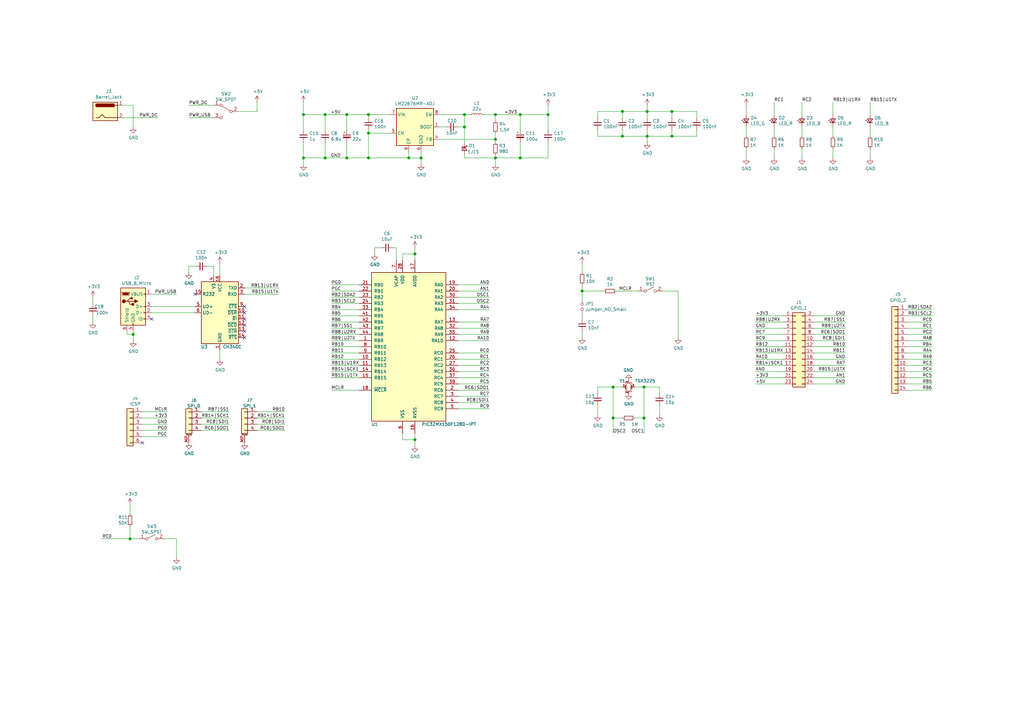
<source format=kicad_sch>
(kicad_sch (version 20210406) (generator eeschema)
  (paper "A3")
  (junction (at 53.34 220.98) (diameter 1.016))
  (junction (at 54.61 137.16) (diameter 1.016))
  (junction (at 124.46 46.99) (diameter 1.016))
  (junction (at 124.46 64.77) (diameter 1.016))
  (junction (at 133.35 46.99) (diameter 1.016))
  (junction (at 133.35 64.77) (diameter 1.016))
  (junction (at 142.24 46.99) (diameter 1.016))
  (junction (at 142.24 64.77) (diameter 1.016))
  (junction (at 151.13 46.99) (diameter 1.016))
  (junction (at 151.13 54.61) (diameter 1.016))
  (junction (at 151.13 64.77) (diameter 1.016))
  (junction (at 167.64 64.77) (diameter 1.016))
  (junction (at 170.18 104.14) (diameter 1.016))
  (junction (at 170.18 180.34) (diameter 1.016))
  (junction (at 172.72 64.77) (diameter 1.016))
  (junction (at 190.5 46.99) (diameter 1.016))
  (junction (at 190.5 52.07) (diameter 1.016))
  (junction (at 203.2 46.99) (diameter 1.016))
  (junction (at 203.2 57.15) (diameter 1.016))
  (junction (at 203.2 64.77) (diameter 1.016))
  (junction (at 213.36 46.99) (diameter 1.016))
  (junction (at 213.36 64.77) (diameter 1.016))
  (junction (at 224.79 46.99) (diameter 1.016))
  (junction (at 238.76 119.38) (diameter 1.016))
  (junction (at 251.46 158.75) (diameter 1.016))
  (junction (at 251.46 171.45) (diameter 1.016))
  (junction (at 255.27 45.72) (diameter 1.016))
  (junction (at 255.27 55.88) (diameter 1.016))
  (junction (at 264.16 158.75) (diameter 1.016))
  (junction (at 264.16 171.45) (diameter 1.016))
  (junction (at 265.43 45.72) (diameter 1.016))
  (junction (at 265.43 55.88) (diameter 1.016))
  (junction (at 275.59 45.72) (diameter 1.016))
  (junction (at 275.59 55.88) (diameter 1.016))
  (no_connect (at 58.42 181.61))
  (no_connect (at 62.23 130.81))
  (no_connect (at 80.01 120.65))
  (no_connect (at 100.33 125.73))
  (no_connect (at 100.33 128.27))
  (no_connect (at 100.33 130.81))
  (no_connect (at 100.33 133.35))
  (no_connect (at 100.33 135.89))
  (no_connect (at 100.33 138.43))
  (wire (pts (xy 38.1 121.92) (xy 38.1 124.46)))
  (wire (pts (xy 38.1 129.54) (xy 38.1 132.08)))
  (wire (pts (xy 41.91 220.98) (xy 53.34 220.98)))
  (wire (pts (xy 50.8 43.18) (xy 54.61 43.18)))
  (wire (pts (xy 50.8 48.26) (xy 64.77 48.26)))
  (wire (pts (xy 52.07 135.89) (xy 52.07 137.16)))
  (wire (pts (xy 52.07 137.16) (xy 54.61 137.16)))
  (wire (pts (xy 53.34 207.01) (xy 53.34 210.82)))
  (wire (pts (xy 53.34 215.9) (xy 53.34 220.98)))
  (wire (pts (xy 53.34 220.98) (xy 57.15 220.98)))
  (wire (pts (xy 54.61 43.18) (xy 54.61 52.07)))
  (wire (pts (xy 54.61 135.89) (xy 54.61 137.16)))
  (wire (pts (xy 54.61 137.16) (xy 54.61 139.7)))
  (wire (pts (xy 58.42 168.91) (xy 68.58 168.91)))
  (wire (pts (xy 58.42 171.45) (xy 68.58 171.45)))
  (wire (pts (xy 58.42 176.53) (xy 68.58 176.53)))
  (wire (pts (xy 62.23 120.65) (xy 72.39 120.65)))
  (wire (pts (xy 62.23 125.73) (xy 80.01 125.73)))
  (wire (pts (xy 62.23 128.27) (xy 80.01 128.27)))
  (wire (pts (xy 67.31 220.98) (xy 72.39 220.98)))
  (wire (pts (xy 68.58 173.99) (xy 58.42 173.99)))
  (wire (pts (xy 68.58 179.07) (xy 58.42 179.07)))
  (wire (pts (xy 72.39 220.98) (xy 72.39 228.6)))
  (wire (pts (xy 77.47 109.22) (xy 80.01 109.22)))
  (wire (pts (xy 77.47 111.76) (xy 77.47 109.22)))
  (wire (pts (xy 82.55 168.91) (xy 93.98 168.91)))
  (wire (pts (xy 82.55 171.45) (xy 93.98 171.45)))
  (wire (pts (xy 82.55 173.99) (xy 93.98 173.99)))
  (wire (pts (xy 82.55 176.53) (xy 93.98 176.53)))
  (wire (pts (xy 85.09 109.22) (xy 87.63 109.22)))
  (wire (pts (xy 87.63 43.18) (xy 77.47 43.18)))
  (wire (pts (xy 87.63 48.26) (xy 77.47 48.26)))
  (wire (pts (xy 87.63 109.22) (xy 87.63 113.03)))
  (wire (pts (xy 90.17 107.95) (xy 90.17 113.03)))
  (wire (pts (xy 90.17 143.51) (xy 90.17 147.32)))
  (wire (pts (xy 97.79 45.72) (xy 105.41 45.72)))
  (wire (pts (xy 100.33 118.11) (xy 114.3 118.11)))
  (wire (pts (xy 100.33 120.65) (xy 114.3 120.65)))
  (wire (pts (xy 105.41 45.72) (xy 105.41 41.91)))
  (wire (pts (xy 105.41 168.91) (xy 116.84 168.91)))
  (wire (pts (xy 105.41 171.45) (xy 116.84 171.45)))
  (wire (pts (xy 105.41 173.99) (xy 116.84 173.99)))
  (wire (pts (xy 105.41 176.53) (xy 116.84 176.53)))
  (wire (pts (xy 124.46 41.91) (xy 124.46 46.99)))
  (wire (pts (xy 124.46 46.99) (xy 124.46 53.34)))
  (wire (pts (xy 124.46 46.99) (xy 133.35 46.99)))
  (wire (pts (xy 124.46 58.42) (xy 124.46 64.77)))
  (wire (pts (xy 124.46 64.77) (xy 124.46 67.31)))
  (wire (pts (xy 124.46 64.77) (xy 133.35 64.77)))
  (wire (pts (xy 133.35 46.99) (xy 142.24 46.99)))
  (wire (pts (xy 133.35 53.34) (xy 133.35 46.99)))
  (wire (pts (xy 133.35 58.42) (xy 133.35 64.77)))
  (wire (pts (xy 135.89 119.38) (xy 147.32 119.38)))
  (wire (pts (xy 135.89 132.08) (xy 147.32 132.08)))
  (wire (pts (xy 142.24 46.99) (xy 151.13 46.99)))
  (wire (pts (xy 142.24 53.34) (xy 142.24 46.99)))
  (wire (pts (xy 142.24 58.42) (xy 142.24 64.77)))
  (wire (pts (xy 142.24 64.77) (xy 133.35 64.77)))
  (wire (pts (xy 142.24 64.77) (xy 151.13 64.77)))
  (wire (pts (xy 147.32 116.84) (xy 135.89 116.84)))
  (wire (pts (xy 147.32 121.92) (xy 135.89 121.92)))
  (wire (pts (xy 147.32 124.46) (xy 135.89 124.46)))
  (wire (pts (xy 147.32 127) (xy 135.89 127)))
  (wire (pts (xy 147.32 129.54) (xy 135.89 129.54)))
  (wire (pts (xy 147.32 134.62) (xy 135.89 134.62)))
  (wire (pts (xy 147.32 137.16) (xy 135.89 137.16)))
  (wire (pts (xy 147.32 139.7) (xy 135.89 139.7)))
  (wire (pts (xy 147.32 142.24) (xy 135.89 142.24)))
  (wire (pts (xy 147.32 144.78) (xy 135.89 144.78)))
  (wire (pts (xy 147.32 147.32) (xy 135.89 147.32)))
  (wire (pts (xy 147.32 149.86) (xy 135.89 149.86)))
  (wire (pts (xy 147.32 152.4) (xy 135.89 152.4)))
  (wire (pts (xy 147.32 154.94) (xy 135.89 154.94)))
  (wire (pts (xy 147.32 160.02) (xy 135.89 160.02)))
  (wire (pts (xy 151.13 46.99) (xy 160.02 46.99)))
  (wire (pts (xy 151.13 48.26) (xy 151.13 46.99)))
  (wire (pts (xy 151.13 53.34) (xy 151.13 54.61)))
  (wire (pts (xy 151.13 54.61) (xy 151.13 64.77)))
  (wire (pts (xy 151.13 54.61) (xy 160.02 54.61)))
  (wire (pts (xy 151.13 64.77) (xy 167.64 64.77)))
  (wire (pts (xy 153.67 101.6) (xy 156.21 101.6)))
  (wire (pts (xy 153.67 104.14) (xy 153.67 101.6)))
  (wire (pts (xy 161.29 101.6) (xy 162.56 101.6)))
  (wire (pts (xy 162.56 101.6) (xy 162.56 106.68)))
  (wire (pts (xy 165.1 104.14) (xy 165.1 106.68)))
  (wire (pts (xy 165.1 177.8) (xy 165.1 180.34)))
  (wire (pts (xy 165.1 180.34) (xy 170.18 180.34)))
  (wire (pts (xy 167.64 64.77) (xy 167.64 62.23)))
  (wire (pts (xy 170.18 101.6) (xy 170.18 104.14)))
  (wire (pts (xy 170.18 104.14) (xy 165.1 104.14)))
  (wire (pts (xy 170.18 104.14) (xy 170.18 106.68)))
  (wire (pts (xy 170.18 180.34) (xy 170.18 177.8)))
  (wire (pts (xy 170.18 182.88) (xy 170.18 180.34)))
  (wire (pts (xy 172.72 62.23) (xy 172.72 64.77)))
  (wire (pts (xy 172.72 64.77) (xy 167.64 64.77)))
  (wire (pts (xy 172.72 64.77) (xy 172.72 67.31)))
  (wire (pts (xy 180.34 46.99) (xy 190.5 46.99)))
  (wire (pts (xy 180.34 52.07) (xy 182.88 52.07)))
  (wire (pts (xy 180.34 57.15) (xy 203.2 57.15)))
  (wire (pts (xy 187.96 116.84) (xy 200.66 116.84)))
  (wire (pts (xy 187.96 119.38) (xy 200.66 119.38)))
  (wire (pts (xy 187.96 121.92) (xy 200.66 121.92)))
  (wire (pts (xy 187.96 124.46) (xy 200.66 124.46)))
  (wire (pts (xy 187.96 127) (xy 200.66 127)))
  (wire (pts (xy 187.96 132.08) (xy 200.66 132.08)))
  (wire (pts (xy 187.96 134.62) (xy 200.66 134.62)))
  (wire (pts (xy 187.96 137.16) (xy 200.66 137.16)))
  (wire (pts (xy 187.96 139.7) (xy 200.66 139.7)))
  (wire (pts (xy 187.96 144.78) (xy 200.66 144.78)))
  (wire (pts (xy 187.96 147.32) (xy 200.66 147.32)))
  (wire (pts (xy 187.96 149.86) (xy 200.66 149.86)))
  (wire (pts (xy 187.96 152.4) (xy 200.66 152.4)))
  (wire (pts (xy 187.96 154.94) (xy 200.66 154.94)))
  (wire (pts (xy 187.96 157.48) (xy 200.66 157.48)))
  (wire (pts (xy 187.96 160.02) (xy 200.66 160.02)))
  (wire (pts (xy 187.96 162.56) (xy 200.66 162.56)))
  (wire (pts (xy 187.96 165.1) (xy 200.66 165.1)))
  (wire (pts (xy 187.96 167.64) (xy 200.66 167.64)))
  (wire (pts (xy 190.5 46.99) (xy 190.5 52.07)))
  (wire (pts (xy 190.5 46.99) (xy 193.04 46.99)))
  (wire (pts (xy 190.5 52.07) (xy 187.96 52.07)))
  (wire (pts (xy 190.5 58.42) (xy 190.5 52.07)))
  (wire (pts (xy 190.5 63.5) (xy 190.5 64.77)))
  (wire (pts (xy 198.12 46.99) (xy 203.2 46.99)))
  (wire (pts (xy 203.2 46.99) (xy 213.36 46.99)))
  (wire (pts (xy 203.2 49.53) (xy 203.2 46.99)))
  (wire (pts (xy 203.2 54.61) (xy 203.2 57.15)))
  (wire (pts (xy 203.2 57.15) (xy 203.2 58.42)))
  (wire (pts (xy 203.2 63.5) (xy 203.2 64.77)))
  (wire (pts (xy 203.2 64.77) (xy 190.5 64.77)))
  (wire (pts (xy 203.2 64.77) (xy 203.2 67.31)))
  (wire (pts (xy 213.36 46.99) (xy 224.79 46.99)))
  (wire (pts (xy 213.36 53.34) (xy 213.36 46.99)))
  (wire (pts (xy 213.36 58.42) (xy 213.36 64.77)))
  (wire (pts (xy 213.36 64.77) (xy 203.2 64.77)))
  (wire (pts (xy 224.79 46.99) (xy 224.79 43.18)))
  (wire (pts (xy 224.79 53.34) (xy 224.79 46.99)))
  (wire (pts (xy 224.79 58.42) (xy 224.79 64.77)))
  (wire (pts (xy 224.79 64.77) (xy 213.36 64.77)))
  (wire (pts (xy 238.76 107.95) (xy 238.76 111.76)))
  (wire (pts (xy 238.76 119.38) (xy 238.76 116.84)))
  (wire (pts (xy 238.76 119.38) (xy 238.76 123.19)))
  (wire (pts (xy 238.76 128.27) (xy 238.76 130.81)))
  (wire (pts (xy 238.76 135.89) (xy 238.76 138.43)))
  (wire (pts (xy 245.11 45.72) (xy 245.11 48.26)))
  (wire (pts (xy 245.11 53.34) (xy 245.11 55.88)))
  (wire (pts (xy 245.11 55.88) (xy 255.27 55.88)))
  (wire (pts (xy 245.11 158.75) (xy 251.46 158.75)))
  (wire (pts (xy 245.11 161.29) (xy 245.11 158.75)))
  (wire (pts (xy 245.11 166.37) (xy 245.11 170.18)))
  (wire (pts (xy 247.65 119.38) (xy 238.76 119.38)))
  (wire (pts (xy 251.46 158.75) (xy 251.46 171.45)))
  (wire (pts (xy 251.46 171.45) (xy 251.46 177.8)))
  (wire (pts (xy 252.73 119.38) (xy 261.62 119.38)))
  (wire (pts (xy 255.27 45.72) (xy 245.11 45.72)))
  (wire (pts (xy 255.27 48.26) (xy 255.27 45.72)))
  (wire (pts (xy 255.27 53.34) (xy 255.27 55.88)))
  (wire (pts (xy 255.27 55.88) (xy 265.43 55.88)))
  (wire (pts (xy 255.27 158.75) (xy 251.46 158.75)))
  (wire (pts (xy 255.27 171.45) (xy 251.46 171.45)))
  (wire (pts (xy 260.35 158.75) (xy 264.16 158.75)))
  (wire (pts (xy 260.35 171.45) (xy 264.16 171.45)))
  (wire (pts (xy 264.16 158.75) (xy 264.16 171.45)))
  (wire (pts (xy 264.16 171.45) (xy 264.16 177.8)))
  (wire (pts (xy 265.43 43.18) (xy 265.43 45.72)))
  (wire (pts (xy 265.43 45.72) (xy 255.27 45.72)))
  (wire (pts (xy 265.43 45.72) (xy 265.43 48.26)))
  (wire (pts (xy 265.43 45.72) (xy 275.59 45.72)))
  (wire (pts (xy 265.43 53.34) (xy 265.43 55.88)))
  (wire (pts (xy 265.43 55.88) (xy 265.43 58.42)))
  (wire (pts (xy 270.51 158.75) (xy 264.16 158.75)))
  (wire (pts (xy 270.51 161.29) (xy 270.51 158.75)))
  (wire (pts (xy 270.51 166.37) (xy 270.51 170.18)))
  (wire (pts (xy 271.78 119.38) (xy 278.13 119.38)))
  (wire (pts (xy 275.59 45.72) (xy 285.75 45.72)))
  (wire (pts (xy 275.59 48.26) (xy 275.59 45.72)))
  (wire (pts (xy 275.59 53.34) (xy 275.59 55.88)))
  (wire (pts (xy 275.59 55.88) (xy 265.43 55.88)))
  (wire (pts (xy 278.13 119.38) (xy 278.13 138.43)))
  (wire (pts (xy 285.75 45.72) (xy 285.75 48.26)))
  (wire (pts (xy 285.75 53.34) (xy 285.75 55.88)))
  (wire (pts (xy 285.75 55.88) (xy 275.59 55.88)))
  (wire (pts (xy 306.07 43.18) (xy 306.07 46.99)))
  (wire (pts (xy 306.07 52.07) (xy 306.07 55.88)))
  (wire (pts (xy 306.07 60.96) (xy 306.07 64.77)))
  (wire (pts (xy 309.88 132.08) (xy 321.31 132.08)))
  (wire (pts (xy 309.88 149.86) (xy 321.31 149.86)))
  (wire (pts (xy 309.88 152.4) (xy 321.31 152.4)))
  (wire (pts (xy 317.5 41.91) (xy 317.5 46.99)))
  (wire (pts (xy 317.5 52.07) (xy 317.5 55.88)))
  (wire (pts (xy 317.5 60.96) (xy 317.5 64.77)))
  (wire (pts (xy 321.31 129.54) (xy 309.88 129.54)))
  (wire (pts (xy 321.31 134.62) (xy 309.88 134.62)))
  (wire (pts (xy 321.31 137.16) (xy 309.88 137.16)))
  (wire (pts (xy 321.31 139.7) (xy 309.88 139.7)))
  (wire (pts (xy 321.31 142.24) (xy 309.88 142.24)))
  (wire (pts (xy 321.31 144.78) (xy 309.88 144.78)))
  (wire (pts (xy 321.31 147.32) (xy 309.88 147.32)))
  (wire (pts (xy 321.31 154.94) (xy 309.88 154.94)))
  (wire (pts (xy 321.31 157.48) (xy 309.88 157.48)))
  (wire (pts (xy 328.93 41.91) (xy 328.93 46.99)))
  (wire (pts (xy 328.93 52.07) (xy 328.93 55.88)))
  (wire (pts (xy 328.93 60.96) (xy 328.93 64.77)))
  (wire (pts (xy 334.01 129.54) (xy 346.71 129.54)))
  (wire (pts (xy 334.01 132.08) (xy 346.71 132.08)))
  (wire (pts (xy 334.01 134.62) (xy 346.71 134.62)))
  (wire (pts (xy 334.01 137.16) (xy 346.71 137.16)))
  (wire (pts (xy 334.01 139.7) (xy 346.71 139.7)))
  (wire (pts (xy 334.01 142.24) (xy 346.71 142.24)))
  (wire (pts (xy 334.01 144.78) (xy 346.71 144.78)))
  (wire (pts (xy 334.01 147.32) (xy 346.71 147.32)))
  (wire (pts (xy 334.01 149.86) (xy 346.71 149.86)))
  (wire (pts (xy 334.01 152.4) (xy 346.71 152.4)))
  (wire (pts (xy 334.01 154.94) (xy 346.71 154.94)))
  (wire (pts (xy 334.01 157.48) (xy 346.71 157.48)))
  (wire (pts (xy 341.63 41.91) (xy 341.63 46.99)))
  (wire (pts (xy 341.63 52.07) (xy 341.63 55.88)))
  (wire (pts (xy 341.63 60.96) (xy 341.63 64.77)))
  (wire (pts (xy 356.87 41.91) (xy 356.87 46.99)))
  (wire (pts (xy 356.87 52.07) (xy 356.87 55.88)))
  (wire (pts (xy 356.87 60.96) (xy 356.87 64.77)))
  (wire (pts (xy 372.11 127) (xy 382.27 127)))
  (wire (pts (xy 372.11 129.54) (xy 382.27 129.54)))
  (wire (pts (xy 372.11 132.08) (xy 382.27 132.08)))
  (wire (pts (xy 372.11 134.62) (xy 382.27 134.62)))
  (wire (pts (xy 372.11 137.16) (xy 382.27 137.16)))
  (wire (pts (xy 372.11 139.7) (xy 382.27 139.7)))
  (wire (pts (xy 372.11 142.24) (xy 382.27 142.24)))
  (wire (pts (xy 372.11 144.78) (xy 382.27 144.78)))
  (wire (pts (xy 372.11 147.32) (xy 382.27 147.32)))
  (wire (pts (xy 372.11 149.86) (xy 382.27 149.86)))
  (wire (pts (xy 372.11 152.4) (xy 382.27 152.4)))
  (wire (pts (xy 372.11 154.94) (xy 382.27 154.94)))
  (wire (pts (xy 372.11 157.48) (xy 382.27 157.48)))
  (wire (pts (xy 372.11 160.02) (xy 382.27 160.02)))
  (label "RC0" (at 41.91 220.98 0))
  (label "PWR_DC" (at 64.77 48.26 180))
  (label "MCLR" (at 68.58 168.91 180))
  (label "+3V3" (at 68.58 171.45 180))
  (label "GND" (at 68.58 173.99 180))
  (label "PGD" (at 68.58 176.53 180))
  (label "PGC" (at 68.58 179.07 180))
  (label "PWR_USB" (at 72.39 120.65 180))
  (label "PWR_DC" (at 77.47 43.18 0))
  (label "PWR_USB" (at 77.47 48.26 0))
  (label "RB7|SS1" (at 93.98 168.91 180))
  (label "RB14|SCK1" (at 93.98 171.45 180))
  (label "RC8|SDI1" (at 93.98 173.99 180))
  (label "RC6|SDO1" (at 93.98 176.53 180))
  (label "RB13|U1RX" (at 114.3 118.11 180))
  (label "RB15|U1TX" (at 114.3 120.65 180))
  (label "RB10" (at 116.84 168.91 180))
  (label "RB14|SCK1" (at 116.84 171.45 180))
  (label "RC8|SDI1" (at 116.84 173.99 180))
  (label "RC6|SDO1" (at 116.84 176.53 180))
  (label "PGD" (at 135.89 116.84 0))
  (label "PGC" (at 135.89 119.38 0))
  (label "RB2|SDA2" (at 135.89 121.92 0))
  (label "RB3|SCL2" (at 135.89 124.46 0))
  (label "RB4" (at 135.89 127 0))
  (label "RB5" (at 135.89 129.54 0))
  (label "RB6" (at 135.89 132.08 0))
  (label "RB7|SS1" (at 135.89 134.62 0))
  (label "RB8|U2RX" (at 135.89 137.16 0))
  (label "RB9|U2TX" (at 135.89 139.7 0))
  (label "RB10" (at 135.89 142.24 0))
  (label "RB11" (at 135.89 144.78 0))
  (label "RB12" (at 135.89 147.32 0))
  (label "RB13|U1RX" (at 135.89 149.86 0))
  (label "RB14|SCK1" (at 135.89 152.4 0))
  (label "RB15|U1TX" (at 135.89 154.94 0))
  (label "MCLR" (at 135.89 160.02 0))
  (label "+5V" (at 139.7 46.99 180))
  (label "GND" (at 139.7 64.77 180))
  (label "AN0" (at 200.66 116.84 180))
  (label "AN1" (at 200.66 119.38 180))
  (label "OSC1" (at 200.66 121.92 180))
  (label "OSC2" (at 200.66 124.46 180))
  (label "RA4" (at 200.66 127 180))
  (label "RA7" (at 200.66 132.08 180))
  (label "RA8" (at 200.66 134.62 180))
  (label "RA9" (at 200.66 137.16 180))
  (label "RA10" (at 200.66 139.7 180))
  (label "RC0" (at 200.66 144.78 180))
  (label "RC1" (at 200.66 147.32 180))
  (label "RC2" (at 200.66 149.86 180))
  (label "RC3" (at 200.66 152.4 180))
  (label "RC4" (at 200.66 154.94 180))
  (label "RC5" (at 200.66 157.48 180))
  (label "RC6|SDO1" (at 200.66 160.02 180))
  (label "RC7" (at 200.66 162.56 180))
  (label "RC8|SDI1" (at 200.66 165.1 180))
  (label "RC9" (at 200.66 167.64 180))
  (label "+3V3" (at 212.09 46.99 180))
  (label "OSC2" (at 251.46 177.8 0))
  (label "MCLR" (at 259.08 119.38 180))
  (label "OSC1" (at 264.16 177.8 180))
  (label "+3V3" (at 309.88 129.54 0))
  (label "RB8|U2RX" (at 309.88 132.08 0))
  (label "GND" (at 309.88 134.62 0))
  (label "RC7" (at 309.88 137.16 0))
  (label "RC9" (at 309.88 139.7 0))
  (label "RB12" (at 309.88 142.24 0))
  (label "RB13|U1RX" (at 309.88 144.78 0))
  (label "RA10" (at 309.88 147.32 0))
  (label "RB14|SCK1" (at 309.88 149.86 0))
  (label "AN0" (at 309.88 152.4 0))
  (label "+3V3" (at 309.88 154.94 0))
  (label "+5V" (at 309.88 157.48 0))
  (label "RC1" (at 317.5 41.91 0))
  (label "RC2" (at 328.93 41.91 0))
  (label "RB13|U1RX" (at 341.63 41.91 0))
  (label "GND" (at 346.71 129.54 180))
  (label "RB7|SS1" (at 346.71 132.08 180))
  (label "RB9|U2TX" (at 346.71 134.62 180))
  (label "RC6|SDO1" (at 346.71 137.16 180))
  (label "RC8|SDI1" (at 346.71 139.7 180))
  (label "RB10" (at 346.71 142.24 180))
  (label "RB11" (at 346.71 144.78 180))
  (label "GND" (at 346.71 147.32 180))
  (label "RA7" (at 346.71 149.86 180))
  (label "RB15|U1TX" (at 346.71 152.4 180))
  (label "AN1" (at 346.71 154.94 180))
  (label "GND" (at 346.71 157.48 180))
  (label "RB15|U1TX" (at 356.87 41.91 0))
  (label "RB2|SDA2" (at 382.27 127 180))
  (label "RB3|SCL2" (at 382.27 129.54 180))
  (label "RC0" (at 382.27 132.08 180))
  (label "RC1" (at 382.27 134.62 180))
  (label "RC2" (at 382.27 137.16 180))
  (label "RA8" (at 382.27 139.7 180))
  (label "RB4" (at 382.27 142.24 180))
  (label "RA4" (at 382.27 144.78 180))
  (label "RA9" (at 382.27 147.32 180))
  (label "RC3" (at 382.27 149.86 180))
  (label "RC4" (at 382.27 152.4 180))
  (label "RC5" (at 382.27 154.94 180))
  (label "RB5" (at 382.27 157.48 180))
  (label "RB6" (at 382.27 160.02 180))
  (symbol (lib_id "PIC32MX150-rescue:+3.3V-power") (at 38.1 121.92 0) (unit 1)
    (property "Reference" "#PWR0124" (effects hide))
    (property "Value" "+3.3V" (at 38.481 117.5258 0))
  )
  (symbol (lib_id "PIC32MX150-rescue:+3.3V-power") (at 53.34 207.01 0) (unit 1)
    (property "Reference" "#PWR0133" (effects hide))
    (property "Value" "+3.3V" (at 53.721 202.6158 0))
  )
  (symbol (lib_id "PIC32MX150-rescue:+3.3V-power") (at 90.17 107.95 0) (unit 1)
    (property "Reference" "#PWR0117" (effects hide))
    (property "Value" "+3.3V" (at 90.551 103.5558 0))
  )
  (symbol (lib_id "PIC32MX150-rescue:+5V-power") (at 105.41 41.91 0) (unit 1)
    (property "Reference" "#PWR0119" (effects hide))
    (property "Value" "+5V" (at 105.791 37.5158 0))
  )
  (symbol (lib_id "PIC32MX150-rescue:+5V-power") (at 124.46 41.91 0) (unit 1)
    (property "Reference" "#PWR0112" (effects hide))
    (property "Value" "+5V" (at 124.841 37.5158 0))
  )
  (symbol (lib_id "PIC32MX150-rescue:+3.3V-power") (at 170.18 101.6 0) (unit 1)
    (property "Reference" "#PWR0104" (effects hide))
    (property "Value" "+3.3V" (at 170.561 97.2058 0))
  )
  (symbol (lib_id "PIC32MX150-rescue:+3.3V-power") (at 224.79 43.18 0) (unit 1)
    (property "Reference" "#PWR0113" (effects hide))
    (property "Value" "+3.3V" (at 225.171 38.7858 0))
  )
  (symbol (lib_id "PIC32MX150-rescue:+3.3V-power") (at 238.76 107.95 0) (unit 1)
    (property "Reference" "#PWR0109" (effects hide))
    (property "Value" "+3.3V" (at 239.141 103.5558 0))
  )
  (symbol (lib_id "PIC32MX150-rescue:+3.3V-power") (at 265.43 43.18 0) (unit 1)
    (property "Reference" "#PWR0103" (effects hide))
    (property "Value" "+3.3V" (at 265.811 38.7858 0))
  )
  (symbol (lib_id "PIC32MX150-rescue:+3.3V-power") (at 306.07 43.18 0) (unit 1)
    (property "Reference" "#PWR0126" (effects hide))
    (property "Value" "+3.3V" (at 306.451 38.7858 0))
  )
  (symbol (lib_id "PIC32MX150-rescue:L_Small-Device") (at 195.58 46.99 90) (unit 1)
    (property "Reference" "L1" (at 195.58 42.291 90))
    (property "Value" "22u" (at 195.58 44.6024 90))
    (property "Footprint" "Inductor_SMD:L_Sumida_CDMC6D28_7.25x6.5mm" (effects hide))
  )
  (symbol (lib_id "PIC32MX150-rescue:Jumper_NO_Small-Device") (at 238.76 125.73 90) (mirror x) (unit 1)
    (property "Reference" "JP1" (at 239.9792 124.5616 90) (effects (justify right)))
    (property "Value" "Jumper_NO_Small" (at 239.9792 126.873 90) (effects (justify right)))
    (property "Footprint" "Jumper:SolderJumper-2_P1.3mm_Open_Pad1.0x1.5mm" (effects hide))
  )
  (symbol (lib_id "PIC32MX150-rescue:GND-power") (at 38.1 132.08 0) (unit 1)
    (property "Reference" "#PWR0125" (effects hide))
    (property "Value" "GND" (at 38.227 136.4742 0))
  )
  (symbol (lib_id "PIC32MX150-rescue:GND-power") (at 54.61 52.07 0) (unit 1)
    (property "Reference" "#PWR0116" (effects hide))
    (property "Value" "GND" (at 54.737 56.4642 0))
  )
  (symbol (lib_id "PIC32MX150-rescue:GND-power") (at 54.61 139.7 0) (unit 1)
    (property "Reference" "#PWR0101" (effects hide))
    (property "Value" "GND" (at 54.737 144.0942 0))
  )
  (symbol (lib_id "PIC32MX150-rescue:GND-power") (at 72.39 228.6 0) (unit 1)
    (property "Reference" "#PWR0132" (effects hide))
    (property "Value" "GND" (at 72.517 232.9942 0))
  )
  (symbol (lib_id "PIC32MX150-rescue:GND-power") (at 77.47 111.76 0) (unit 1)
    (property "Reference" "#PWR0118" (effects hide))
    (property "Value" "GND" (at 77.597 116.1542 0))
  )
  (symbol (lib_id "PIC32MX150-rescue:GND-power") (at 77.47 181.61 0) (unit 1)
    (property "Reference" "#PWR0134" (effects hide))
    (property "Value" "GND" (at 77.597 186.0042 0))
  )
  (symbol (lib_id "PIC32MX150-rescue:GND-power") (at 90.17 147.32 0) (unit 1)
    (property "Reference" "#PWR0107" (effects hide))
    (property "Value" "GND" (at 90.297 151.7142 0))
  )
  (symbol (lib_id "PIC32MX150-rescue:GND-power") (at 100.33 181.61 0) (unit 1)
    (property "Reference" "#PWR0135" (effects hide))
    (property "Value" "GND" (at 100.457 186.0042 0))
  )
  (symbol (lib_id "PIC32MX150-rescue:GND-power") (at 124.46 67.31 0) (unit 1)
    (property "Reference" "#PWR0114" (effects hide))
    (property "Value" "GND" (at 124.587 71.7042 0))
  )
  (symbol (lib_id "PIC32MX150-rescue:GND-power") (at 153.67 104.14 0) (unit 1)
    (property "Reference" "#PWR0106" (effects hide))
    (property "Value" "GND" (at 153.797 108.5342 0))
  )
  (symbol (lib_id "PIC32MX150-rescue:GND-power") (at 170.18 182.88 0) (unit 1)
    (property "Reference" "#PWR0105" (effects hide))
    (property "Value" "GND" (at 170.307 187.2742 0))
  )
  (symbol (lib_id "PIC32MX150-rescue:GND-power") (at 172.72 67.31 0) (unit 1)
    (property "Reference" "#PWR0111" (effects hide))
    (property "Value" "GND" (at 172.847 71.7042 0))
  )
  (symbol (lib_id "PIC32MX150-rescue:GND-power") (at 203.2 67.31 0) (unit 1)
    (property "Reference" "#PWR0115" (effects hide))
    (property "Value" "GND" (at 203.327 71.7042 0))
  )
  (symbol (lib_id "PIC32MX150-rescue:GND-power") (at 238.76 138.43 0) (unit 1)
    (property "Reference" "#PWR0108" (effects hide))
    (property "Value" "GND" (at 238.887 142.8242 0))
  )
  (symbol (lib_id "PIC32MX150-rescue:GND-power") (at 245.11 170.18 0) (unit 1)
    (property "Reference" "#PWR0122" (effects hide))
    (property "Value" "GND" (at 245.237 174.5742 0))
  )
  (symbol (lib_id "PIC32MX150-rescue:GND-power") (at 257.81 156.21 180) (unit 1)
    (property "Reference" "#PWR0121" (effects hide))
    (property "Value" "GND" (at 257.683 151.8158 0))
  )
  (symbol (lib_id "PIC32MX150-rescue:GND-power") (at 257.81 161.29 0) (unit 1)
    (property "Reference" "#PWR0120" (effects hide))
    (property "Value" "GND" (at 257.937 165.6842 0))
  )
  (symbol (lib_id "PIC32MX150-rescue:GND-power") (at 265.43 58.42 0) (unit 1)
    (property "Reference" "#PWR0102" (effects hide))
    (property "Value" "GND" (at 265.557 62.8142 0))
  )
  (symbol (lib_id "PIC32MX150-rescue:GND-power") (at 270.51 170.18 0) (unit 1)
    (property "Reference" "#PWR0123" (effects hide))
    (property "Value" "GND" (at 270.637 174.5742 0))
  )
  (symbol (lib_id "PIC32MX150-rescue:GND-power") (at 278.13 138.43 0) (unit 1)
    (property "Reference" "#PWR0110" (effects hide))
    (property "Value" "GND" (at 278.257 142.8242 0))
  )
  (symbol (lib_id "PIC32MX150-rescue:GND-power") (at 306.07 64.77 0) (unit 1)
    (property "Reference" "#PWR0127" (effects hide))
    (property "Value" "GND" (at 306.197 69.1642 0))
  )
  (symbol (lib_id "PIC32MX150-rescue:GND-power") (at 317.5 64.77 0) (unit 1)
    (property "Reference" "#PWR0128" (effects hide))
    (property "Value" "GND" (at 317.627 69.1642 0))
  )
  (symbol (lib_id "PIC32MX150-rescue:GND-power") (at 328.93 64.77 0) (unit 1)
    (property "Reference" "#PWR0129" (effects hide))
    (property "Value" "GND" (at 329.057 69.1642 0))
  )
  (symbol (lib_id "PIC32MX150-rescue:GND-power") (at 341.63 64.77 0) (unit 1)
    (property "Reference" "#PWR0131" (effects hide))
    (property "Value" "GND" (at 341.757 69.1642 0))
  )
  (symbol (lib_id "PIC32MX150-rescue:GND-power") (at 356.87 64.77 0) (unit 1)
    (property "Reference" "#PWR0130" (effects hide))
    (property "Value" "GND" (at 356.997 69.1642 0))
  )
  (symbol (lib_id "PIC32MX150-rescue:R_Small-Device") (at 53.34 213.36 0) (unit 1)
    (property "Reference" "R11" (at 48.4886 212.1916 0) (effects (justify left)))
    (property "Value" "50K" (at 48.4886 214.503 0) (effects (justify left)))
    (property "Footprint" "Resistor_SMD:R_0603_1608Metric_Pad0.98x0.95mm_HandSolder" (effects hide))
  )
  (symbol (lib_id "PIC32MX150-rescue:R_Small-Device") (at 203.2 52.07 0) (unit 1)
    (property "Reference" "R4" (at 204.6986 50.9016 0) (effects (justify left)))
    (property "Value" "1.5K" (at 204.6986 53.213 0) (effects (justify left)))
    (property "Footprint" "Resistor_SMD:R_0603_1608Metric_Pad0.98x0.95mm_HandSolder" (effects hide))
  )
  (symbol (lib_id "PIC32MX150-rescue:R_Small-Device") (at 203.2 60.96 0) (unit 1)
    (property "Reference" "R3" (at 204.6986 59.7916 0) (effects (justify left)))
    (property "Value" "980" (at 204.6986 62.103 0) (effects (justify left)))
    (property "Footprint" "Resistor_SMD:R_0603_1608Metric_Pad0.98x0.95mm_HandSolder" (effects hide))
  )
  (symbol (lib_id "PIC32MX150-rescue:R_Small-Device") (at 238.76 114.3 0) (unit 1)
    (property "Reference" "R1" (at 240.2586 113.1316 0) (effects (justify left)))
    (property "Value" "10K" (at 240.2586 115.443 0) (effects (justify left)))
    (property "Footprint" "Resistor_SMD:R_0603_1608Metric_Pad0.98x0.95mm_HandSolder" (effects hide))
  )
  (symbol (lib_id "PIC32MX150-rescue:R_Small-Device") (at 250.19 119.38 270) (unit 1)
    (property "Reference" "R2" (at 250.19 114.4016 90))
    (property "Value" "1K" (at 250.19 116.713 90))
    (property "Footprint" "Resistor_SMD:R_0603_1608Metric_Pad0.98x0.95mm_HandSolder" (effects hide))
  )
  (symbol (lib_id "PIC32MX150-rescue:R_Small-Device") (at 257.81 171.45 270) (unit 1)
    (property "Reference" "R5" (at 255.27 173.99 90))
    (property "Value" "1M" (at 260.35 173.99 90))
    (property "Footprint" "Resistor_SMD:R_0603_1608Metric_Pad0.98x0.95mm_HandSolder" (effects hide))
  )
  (symbol (lib_id "PIC32MX150-rescue:R_Small-Device") (at 306.07 58.42 0) (unit 1)
    (property "Reference" "R7" (at 307.5686 57.2516 0) (effects (justify left)))
    (property "Value" "1K" (at 307.5686 59.563 0) (effects (justify left)))
    (property "Footprint" "Resistor_SMD:R_0603_1608Metric_Pad0.98x0.95mm_HandSolder" (effects hide))
  )
  (symbol (lib_id "PIC32MX150-rescue:R_Small-Device") (at 317.5 58.42 0) (unit 1)
    (property "Reference" "R6" (at 318.9986 57.2516 0) (effects (justify left)))
    (property "Value" "1K" (at 318.9986 59.563 0) (effects (justify left)))
    (property "Footprint" "Resistor_SMD:R_0603_1608Metric_Pad0.98x0.95mm_HandSolder" (effects hide))
  )
  (symbol (lib_id "PIC32MX150-rescue:R_Small-Device") (at 328.93 58.42 0) (unit 1)
    (property "Reference" "R8" (at 330.4286 57.2516 0) (effects (justify left)))
    (property "Value" "1K" (at 330.4286 59.563 0) (effects (justify left)))
    (property "Footprint" "Resistor_SMD:R_0603_1608Metric_Pad0.98x0.95mm_HandSolder" (effects hide))
  )
  (symbol (lib_id "PIC32MX150-rescue:R_Small-Device") (at 341.63 58.42 0) (unit 1)
    (property "Reference" "R9" (at 343.1286 57.2516 0) (effects (justify left)))
    (property "Value" "1K" (at 343.1286 59.563 0) (effects (justify left)))
    (property "Footprint" "Resistor_SMD:R_0603_1608Metric_Pad0.98x0.95mm_HandSolder" (effects hide))
  )
  (symbol (lib_id "PIC32MX150-rescue:R_Small-Device") (at 356.87 58.42 0) (unit 1)
    (property "Reference" "R10" (at 358.3686 57.2516 0) (effects (justify left)))
    (property "Value" "1K" (at 358.3686 59.563 0) (effects (justify left)))
    (property "Footprint" "Resistor_SMD:R_0603_1608Metric_Pad0.98x0.95mm_HandSolder" (effects hide))
  )
  (symbol (lib_id "PIC32MX150-rescue:D_Schottky_Small-Device") (at 190.5 60.96 270) (unit 1)
    (property "Reference" "D1" (at 192.278 59.7916 90) (effects (justify left)))
    (property "Value" "EJ1S" (at 191.77 62.23 90) (effects (justify left)))
    (property "Footprint" "Diode_SMD:D_SMA_Handsoldering" (effects hide))
  )
  (symbol (lib_id "PIC32MX150-rescue:LED_Small-Device") (at 306.07 49.53 90) (unit 1)
    (property "Reference" "D4" (at 307.848 48.3616 90) (effects (justify right)))
    (property "Value" "LED_G" (at 307.848 50.673 90) (effects (justify right)))
    (property "Footprint" "LED_SMD:LED_0603_1608Metric_Pad1.05x0.95mm_HandSolder" (effects hide))
  )
  (symbol (lib_id "PIC32MX150-rescue:LED_Small-Device") (at 317.5 49.53 90) (unit 1)
    (property "Reference" "D2" (at 319.278 48.3616 90) (effects (justify right)))
    (property "Value" "LED_R" (at 319.278 50.673 90) (effects (justify right)))
    (property "Footprint" "LED_SMD:LED_0603_1608Metric_Pad1.05x0.95mm_HandSolder" (effects hide))
  )
  (symbol (lib_id "PIC32MX150-rescue:LED_Small-Device") (at 328.93 49.53 90) (unit 1)
    (property "Reference" "D3" (at 330.708 48.3616 90) (effects (justify right)))
    (property "Value" "LED_B" (at 330.708 50.673 90) (effects (justify right)))
    (property "Footprint" "LED_SMD:LED_0603_1608Metric_Pad1.05x0.95mm_HandSolder" (effects hide))
  )
  (symbol (lib_id "PIC32MX150-rescue:LED_Small-Device") (at 341.63 49.53 90) (unit 1)
    (property "Reference" "D5" (at 343.408 48.3616 90) (effects (justify right)))
    (property "Value" "LED_R" (at 343.408 50.673 90) (effects (justify right)))
    (property "Footprint" "LED_SMD:LED_0603_1608Metric_Pad1.05x0.95mm_HandSolder" (effects hide))
  )
  (symbol (lib_id "PIC32MX150-rescue:LED_Small-Device") (at 356.87 49.53 90) (unit 1)
    (property "Reference" "D6" (at 358.648 48.3616 90) (effects (justify right)))
    (property "Value" "LED_B" (at 358.648 50.673 90) (effects (justify right)))
    (property "Footprint" "LED_SMD:LED_0603_1608Metric_Pad1.05x0.95mm_HandSolder" (effects hide))
  )
  (symbol (lib_id "PIC32MX150-rescue:CP_Small-Device") (at 142.24 55.88 0) (unit 1)
    (property "Reference" "C9" (at 144.4752 54.7116 0) (effects (justify left)))
    (property "Value" "22u" (at 144.4752 57.023 0) (effects (justify left)))
    (property "Footprint" "Capacitor_SMD:CP_Elec_5x5.3" (effects hide))
  )
  (symbol (lib_id "PIC32MX150-rescue:CP_Small-Device") (at 213.36 55.88 0) (unit 1)
    (property "Reference" "C11" (at 215.5952 54.7116 0) (effects (justify left)))
    (property "Value" "100u" (at 215.5952 57.023 0) (effects (justify left)))
    (property "Footprint" "Capacitor_SMD:CP_Elec_5x5.3" (effects hide))
  )
  (symbol (lib_id "PIC32MX150-rescue:C_Small-Device") (at 38.1 127 180) (unit 1)
    (property "Reference" "C18" (at 40.64 125.73 0))
    (property "Value" "100n" (at 41.91 128.27 0))
    (property "Footprint" "Capacitor_SMD:C_0603_1608Metric_Pad1.08x0.95mm_HandSolder" (effects hide))
  )
  (symbol (lib_id "PIC32MX150-rescue:C_Small-Device") (at 82.55 109.22 270) (unit 1)
    (property "Reference" "C12" (at 82.55 103.4034 90))
    (property "Value" "100n" (at 82.55 105.7148 90))
    (property "Footprint" "Capacitor_SMD:C_0603_1608Metric_Pad1.08x0.95mm_HandSolder" (effects hide))
  )
  (symbol (lib_id "PIC32MX150-rescue:C_Small-Device") (at 124.46 55.88 0) (unit 1)
    (property "Reference" "C15" (at 126.7968 54.7116 0) (effects (justify left)))
    (property "Value" "1u" (at 126.7968 57.023 0) (effects (justify left)))
    (property "Footprint" "Capacitor_SMD:C_0603_1608Metric_Pad1.08x0.95mm_HandSolder" (effects hide))
  )
  (symbol (lib_id "PIC32MX150-rescue:C_Small-Device") (at 133.35 55.88 0) (unit 1)
    (property "Reference" "C8" (at 135.6868 54.7116 0) (effects (justify left)))
    (property "Value" "6.8u" (at 135.6868 57.023 0) (effects (justify left)))
    (property "Footprint" "Capacitor_SMD:C_0603_1608Metric_Pad1.08x0.95mm_HandSolder" (effects hide))
  )
  (symbol (lib_id "PIC32MX150-rescue:C_Small-Device") (at 151.13 50.8 0) (unit 1)
    (property "Reference" "C16" (at 153.4668 49.6316 0) (effects (justify left)))
    (property "Value" "100n" (at 153.4668 51.943 0) (effects (justify left)))
    (property "Footprint" "Capacitor_SMD:C_0603_1608Metric_Pad1.08x0.95mm_HandSolder" (effects hide))
  )
  (symbol (lib_id "PIC32MX150-rescue:C_Small-Device") (at 158.75 101.6 270) (unit 1)
    (property "Reference" "C6" (at 158.75 95.7834 90))
    (property "Value" "10uF" (at 158.75 98.0948 90))
    (property "Footprint" "Capacitor_Tantalum_SMD:CP_EIA-6032-28_Kemet-C_Pad2.25x2.35mm_HandSolder" (effects hide))
  )
  (symbol (lib_id "PIC32MX150-rescue:C_Small-Device") (at 185.42 52.07 270) (unit 1)
    (property "Reference" "C10" (at 185.42 49.53 90))
    (property "Value" "10nF" (at 185.42 54.61 90))
    (property "Footprint" "Capacitor_SMD:C_0603_1608Metric_Pad1.08x0.95mm_HandSolder" (effects hide))
  )
  (symbol (lib_id "PIC32MX150-rescue:C_Small-Device") (at 224.79 55.88 0) (unit 1)
    (property "Reference" "C17" (at 227.1268 54.7116 0) (effects (justify left)))
    (property "Value" "100n" (at 227.1268 57.023 0) (effects (justify left)))
    (property "Footprint" "Capacitor_SMD:C_0603_1608Metric_Pad1.08x0.95mm_HandSolder" (effects hide))
  )
  (symbol (lib_id "PIC32MX150-rescue:C_Small-Device") (at 238.76 133.35 0) (unit 1)
    (property "Reference" "C7" (at 241.0968 132.1816 0) (effects (justify left)))
    (property "Value" "10nF" (at 241.0968 134.493 0) (effects (justify left)))
    (property "Footprint" "Capacitor_SMD:C_0603_1608Metric_Pad1.08x0.95mm_HandSolder" (effects hide))
  )
  (symbol (lib_id "PIC32MX150-rescue:C_Small-Device") (at 245.11 50.8 0) (unit 1)
    (property "Reference" "C1" (at 247.4468 49.6316 0) (effects (justify left)))
    (property "Value" "100nF" (at 247.4468 51.943 0) (effects (justify left)))
    (property "Footprint" "Capacitor_SMD:C_0603_1608Metric_Pad1.08x0.95mm_HandSolder" (effects hide))
  )
  (symbol (lib_id "PIC32MX150-rescue:C_Small-Device") (at 245.11 163.83 0) (unit 1)
    (property "Reference" "C13" (at 240.03 162.56 0) (effects (justify left)))
    (property "Value" "10p" (at 240.03 165.1 0) (effects (justify left)))
    (property "Footprint" "Capacitor_SMD:C_0603_1608Metric_Pad1.08x0.95mm_HandSolder" (effects hide))
  )
  (symbol (lib_id "PIC32MX150-rescue:C_Small-Device") (at 255.27 50.8 0) (unit 1)
    (property "Reference" "C2" (at 257.6068 49.6316 0) (effects (justify left)))
    (property "Value" "100nF" (at 257.6068 51.943 0) (effects (justify left)))
    (property "Footprint" "Capacitor_SMD:C_0603_1608Metric_Pad1.08x0.95mm_HandSolder" (effects hide))
  )
  (symbol (lib_id "PIC32MX150-rescue:C_Small-Device") (at 265.43 50.8 0) (unit 1)
    (property "Reference" "C3" (at 267.7668 49.6316 0) (effects (justify left)))
    (property "Value" "100nF" (at 267.7668 51.943 0) (effects (justify left)))
    (property "Footprint" "Capacitor_SMD:C_0603_1608Metric_Pad1.08x0.95mm_HandSolder" (effects hide))
  )
  (symbol (lib_id "PIC32MX150-rescue:C_Small-Device") (at 270.51 163.83 0) (unit 1)
    (property "Reference" "C14" (at 272.8468 162.6616 0) (effects (justify left)))
    (property "Value" "10p" (at 272.8468 164.973 0) (effects (justify left)))
    (property "Footprint" "Capacitor_SMD:C_0603_1608Metric_Pad1.08x0.95mm_HandSolder" (effects hide))
  )
  (symbol (lib_id "PIC32MX150-rescue:C_Small-Device") (at 275.59 50.8 0) (unit 1)
    (property "Reference" "C4" (at 277.9268 49.6316 0) (effects (justify left)))
    (property "Value" "100nF" (at 277.9268 51.943 0) (effects (justify left)))
    (property "Footprint" "Capacitor_SMD:C_0603_1608Metric_Pad1.08x0.95mm_HandSolder" (effects hide))
  )
  (symbol (lib_id "PIC32MX150-rescue:C_Small-Device") (at 285.75 50.8 0) (unit 1)
    (property "Reference" "C5" (at 288.0868 49.6316 0) (effects (justify left)))
    (property "Value" "100nF" (at 288.0868 51.943 0) (effects (justify left)))
    (property "Footprint" "Capacitor_SMD:C_0603_1608Metric_Pad1.08x0.95mm_HandSolder" (effects hide))
  )
  (symbol (lib_id "Switch:SW_SPST") (at 62.23 220.98 0) (unit 1)
    (property "Reference" "SW3" (at 62.23 215.8958 0))
    (property "Value" "SW_SPST" (at 62.23 218.1945 0))
    (property "Footprint" "Button_Switch_SMD:SW_SPST_PTS645" (effects hide))
  )
  (symbol (lib_id "Switch:SW_SPST") (at 266.7 119.38 0) (unit 1)
    (property "Reference" "SW1" (at 266.7 114.2958 0))
    (property "Value" "RST" (at 266.7 116.5945 0))
    (property "Footprint" "Button_Switch_SMD:SW_SPST_B3U-1000P" (effects hide))
  )
  (symbol (lib_id "PIC32MX150-rescue:Crystal_GND24_Small-Device") (at 257.81 158.75 0) (unit 1)
    (property "Reference" "Y1" (at 254 156.21 0) (effects (justify left)))
    (property "Value" "TSX3225" (at 260.35 156.21 0) (effects (justify left)))
    (property "Footprint" "Crystal:Crystal_SMD_SeikoEpson_TSX3225-4Pin_3.2x2.5mm_HandSoldering" (effects hide))
  )
  (symbol (lib_id "PIC32MX150-rescue:SW_SPDT-Switch") (at 92.71 45.72 0) (mirror y) (unit 1)
    (property "Reference" "SW2" (at 92.71 38.481 0))
    (property "Value" "SW_SPDT" (at 92.71 40.7924 0))
    (property "Footprint" "Custom_Libs:SPDT_SW_Big" (effects hide))
  )
  (symbol (lib_id "Connector_Generic_MountingPin:Conn_01x04_MountingPin") (at 77.47 171.45 0) (mirror y) (unit 1)
    (property "Reference" "J6" (at 79.502 164.2068 0))
    (property "Value" "SPI_0" (at 79.502 166.5055 0))
    (property "Footprint" "Connector_Molex:Molex_PicoBlade_53261-0471_1x04-1MP_P1.25mm_Horizontal" (effects hide))
  )
  (symbol (lib_id "Connector_Generic_MountingPin:Conn_01x04_MountingPin") (at 100.33 171.45 0) (mirror y) (unit 1)
    (property "Reference" "J7" (at 102.362 164.2068 0))
    (property "Value" "SPI_1" (at 102.362 166.5055 0))
    (property "Footprint" "Connector_Molex:Molex_PicoBlade_53261-0471_1x04-1MP_P1.25mm_Horizontal" (effects hide))
  )
  (symbol (lib_id "PIC32MX150-rescue:Barrel_Jack-Connector") (at 43.18 45.72 0) (unit 1)
    (property "Reference" "J3" (at 44.6278 37.465 0))
    (property "Value" "Barrel_Jack" (at 44.6278 39.7764 0))
    (property "Footprint" "Connector_BarrelJack:BarrelJack_Horizontal" (effects hide))
  )
  (symbol (lib_id "PIC32MX150-rescue:Conn_01x06-Connector_Generic") (at 53.34 173.99 0) (mirror y) (unit 1)
    (property "Reference" "J4" (at 55.4228 163.3982 0))
    (property "Value" "ICSP" (at 55.4228 165.7096 0))
    (property "Footprint" "Connector_PinHeader_2.54mm:PinHeader_1x06_P2.54mm_Vertical" (effects hide))
  )
  (symbol (lib_id "PIC32MX150-rescue:USB_B_Micro-Connector") (at 54.61 125.73 0) (unit 1)
    (property "Reference" "J2" (at 56.0578 113.8682 0))
    (property "Value" "USB_B_Micro" (at 56.0578 116.1796 0))
    (property "Footprint" "Connector_USB:USB_Micro-B_Molex_47346-0001" (effects hide))
  )
  (symbol (lib_id "PIC32MX150-rescue:Conn_01x14-Connector_Generic") (at 367.03 142.24 0) (mirror y) (unit 1)
    (property "Reference" "J5" (at 368.3 120.65 0))
    (property "Value" "GPIO_2" (at 368.3 123.19 0))
    (property "Footprint" "Connector_PinHeader_2.54mm:PinHeader_1x14_P2.54mm_Vertical" (effects hide))
  )
  (symbol (lib_id "PIC32MX150-rescue:LM22676MR-ADJ-Regulator_Switching") (at 170.18 52.07 0) (unit 1)
    (property "Reference" "U2" (at 170.18 40.2082 0))
    (property "Value" "LM22676MR-ADJ" (at 170.18 42.5196 0))
    (property "Footprint" "Package_SO:TI_SO-PowerPAD-8" (effects hide))
    (property "Datasheet" "http://www.ti.com/lit/ds/symlink/lm22676.pdf" (effects hide))
  )
  (symbol (lib_id "PIC32MX150-rescue:Conn_02x12_Odd_Even-Connector_Generic") (at 326.39 142.24 0) (unit 1)
    (property "Reference" "J1" (at 327.66 124.0282 0))
    (property "Value" "GPIO_1" (at 327.66 126.3396 0))
    (property "Footprint" "Connector_PinSocket_2.54mm:PinSocket_2x12_P2.54mm_Vertical" (effects hide))
  )
  (symbol (lib_id "PIC32MX150-rescue:CH340C-Interface_USB") (at 90.17 128.27 0) (unit 1)
    (property "Reference" "U3" (at 83.82 142.24 0))
    (property "Value" "CH340C" (at 95.25 142.24 0))
    (property "Footprint" "Package_SO:SOIC-16_3.9x9.9mm_P1.27mm" (effects hide))
    (property "Datasheet" "https://datasheet.lcsc.com/szlcsc/Jiangsu-Qin-Heng-CH340C_C84681.pdf" (effects hide))
  )
  (symbol (lib_id "PIC32MX150-rescue:PIC32MX150F128D-IPT-MCU_Microchip_PIC32") (at 167.64 142.24 0) (unit 1)
    (property "Reference" "U1" (at 153.67 173.99 0))
    (property "Value" "PIC32MX150F128D-IPT" (at 184.15 173.99 0))
    (property "Footprint" "Package_QFP:TQFP-44_10x10mm_P0.8mm" (effects hide))
    (property "Datasheet" "http://ww1.microchip.com/downloads/en/DeviceDoc/60001168F.pdf" (effects hide))
  )
)
</source>
